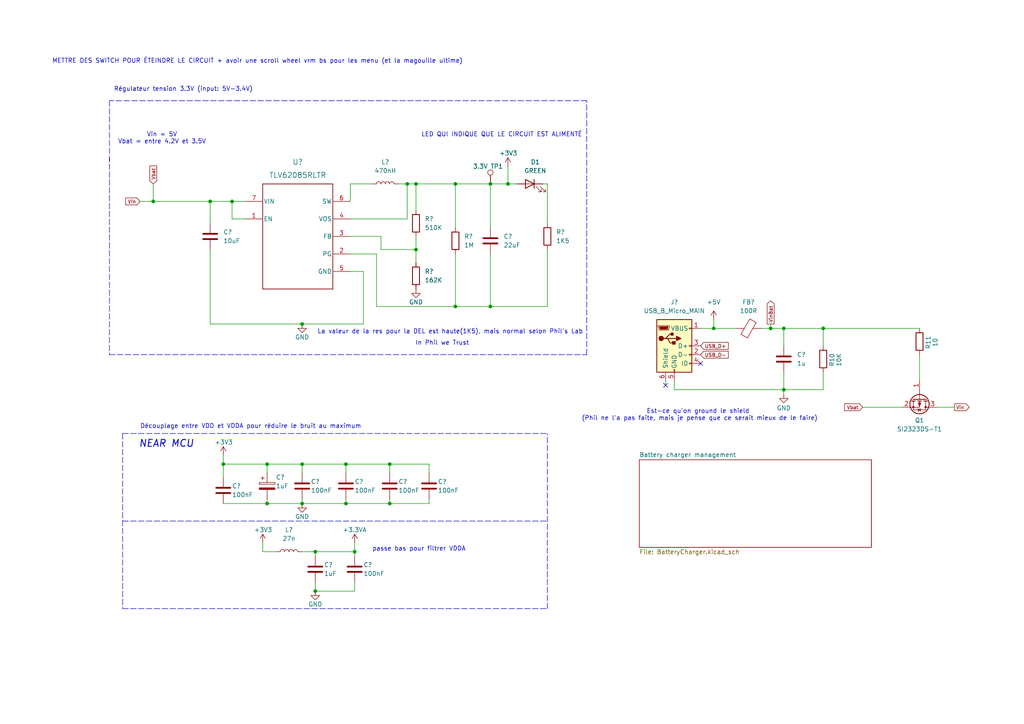
<source format=kicad_sch>
(kicad_sch (version 20231120) (generator "eeschema") (generator_version "8.0")
  (paper "A4")
  (lib_symbols
    (symbol "Connector:TestPoint" (pin_numbers hide) (pin_names (offset 0.762) hide)
      (property "Reference" "TP" (at 0 6.858 0))
      (property "Value" "TestPoint" (at 0 5.08 0))
      (symbol "TestPoint_0_1"
        (circle (center 0 3.302) (radius 0.762))
      )
      (symbol "TestPoint_1_1"
        (pin passive line (at 0 0 90) (length 2.54) (name "1") (number "1"))
      )
    )
    (symbol "Connector:USB_B_Micro" (pin_names (offset 1.016))
      (property "Reference" "J" (at -5.08 11.43 0))
      (property "Value" "USB_B_Micro" (at -5.08 8.89 0))
      (symbol "USB_B_Micro_0_1"
        (rectangle (start -5.08 -7.62) (end 5.08 7.62) (stroke (width 0.254)) (fill (type background)))
        (circle (center -3.81 2.159) (radius 0.635) (stroke (width 0.254)) (fill (type outline)))
        (circle (center -0.635 3.429) (radius 0.381) (stroke (width 0.254)) (fill (type outline)))
        (rectangle (start -0.127 -7.62) (end 0.127 -6.858))
        (polyline (pts (xy -1.905 2.159) (xy 0.635 2.159)) (stroke (width 0.254)))
        (polyline (pts (xy -3.175 2.159) (xy -2.54 2.159) (xy -1.27 3.429) (xy -0.635 3.429)) (stroke (width 0.254)))
        (polyline (pts (xy -2.54 2.159) (xy -1.905 2.159) (xy -1.27 0.889) (xy 0 0.889)) (stroke (width 0.254)))
        (polyline (pts (xy 0.635 2.794) (xy 0.635 1.524) (xy 1.905 2.159) (xy 0.635 2.794)) (stroke (width 0.254)) (fill (type outline)))
        (polyline (pts (xy -4.318 5.588) (xy -1.778 5.588) (xy -2.032 4.826) (xy -4.064 4.826) (xy -4.318 5.588)) (fill (type outline)))
        (polyline (pts (xy -4.699 5.842) (xy -4.699 5.588) (xy -4.445 4.826) (xy -4.445 4.572) (xy -1.651 4.572) (xy -1.651 4.826) (xy -1.397 5.588) (xy -1.397 5.842) (xy -4.699 5.842)))
        (rectangle (start 0.254 1.27) (end -0.508 0.508) (stroke (width 0.254)) (fill (type outline)))
        (rectangle (start 5.08 -5.207) (end 4.318 -4.953))
        (rectangle (start 5.08 -2.667) (end 4.318 -2.413))
        (rectangle (start 5.08 -0.127) (end 4.318 0.127))
        (rectangle (start 5.08 4.953) (end 4.318 5.207))
      )
      (symbol "USB_B_Micro_1_1"
        (pin power_out line (at 7.62 5.08 180) (length 2.54) (name "VBUS") (number "1"))
        (pin bidirectional line (at 7.62 -2.54 180) (length 2.54) (name "D-") (number "2"))
        (pin bidirectional line (at 7.62 0 180) (length 2.54) (name "D+") (number "3"))
        (pin passive line (at 7.62 -5.08 180) (length 2.54) (name "ID") (number "4"))
        (pin power_out line (at 0 -10.16 90) (length 2.54) (name "GND") (number "5"))
        (pin passive line (at -2.54 -10.16 90) (length 2.54) (name "Shield") (number "6"))
      )
    )
    (symbol "Device:C" (pin_numbers hide) (pin_names (offset 0.254))
      (property "Reference" "C" (at 0.635 2.54 0))
      (property "Value" "C" (at 0.635 -2.54 0))
      (symbol "C_0_1"
        (polyline (pts (xy -2.032 -0.762) (xy 2.032 -0.762)) (stroke (width 0.508)))
        (polyline (pts (xy -2.032 0.762) (xy 2.032 0.762)) (stroke (width 0.508)))
      )
      (symbol "C_1_1"
        (pin passive line (at 0 3.81 270) (length 2.794) (name "~") (number "1"))
        (pin passive line (at 0 -3.81 90) (length 2.794) (name "~") (number "2"))
      )
    )
    (symbol "Device:C_Polarized" (pin_numbers hide) (pin_names (offset 0.254))
      (property "Reference" "C" (at 0.635 2.54 0))
      (property "Value" "C_Polarized" (at 0.635 -2.54 0))
      (symbol "C_Polarized_0_1"
        (rectangle (start -2.286 0.508) (end 2.286 1.016))
        (polyline (pts (xy -1.778 2.286) (xy -0.762 2.286)))
        (polyline (pts (xy -1.27 2.794) (xy -1.27 1.778)))
        (rectangle (start 2.286 -0.508) (end -2.286 -1.016) (fill (type outline)))
      )
      (symbol "C_Polarized_1_1"
        (pin passive line (at 0 3.81 270) (length 2.794) (name "~") (number "1"))
        (pin passive line (at 0 -3.81 90) (length 2.794) (name "~") (number "2"))
      )
    )
    (symbol "Device:FerriteBead" (pin_numbers hide) (pin_names (offset 0))
      (property "Reference" "FB" (at -3.81 0.635 90))
      (property "Value" "FerriteBead" (at 3.81 0 90))
      (symbol "FerriteBead_0_1"
        (polyline (pts (xy 0 -1.27) (xy 0 -1.2192)))
        (polyline (pts (xy 0 1.27) (xy 0 1.2954)))
        (polyline (pts (xy -2.7686 0.4064) (xy -1.7018 2.2606) (xy 2.7686 -0.3048) (xy 1.6764 -2.159) (xy -2.7686 0.4064)))
      )
      (symbol "FerriteBead_1_1"
        (pin passive line (at 0 3.81 270) (length 2.54) (name "~") (number "1"))
        (pin passive line (at 0 -3.81 90) (length 2.54) (name "~") (number "2"))
      )
    )
    (symbol "Device:L" (pin_numbers hide) (pin_names (offset 1.016) hide)
      (property "Reference" "L" (at -1.27 0 90))
      (property "Value" "L" (at 1.905 0 90))
      (symbol "L_0_1"
        (arc (start 0 -2.54) (mid 0.6323 -1.905) (end 0 -1.27))
        (arc (start 0 -1.27) (mid 0.6323 -0.635) (end 0 0))
        (arc (start 0 0) (mid 0.6323 0.635) (end 0 1.27))
        (arc (start 0 1.27) (mid 0.6323 1.905) (end 0 2.54))
      )
      (symbol "L_1_1"
        (pin passive line (at 0 3.81 270) (length 1.27) (name "1") (number "1"))
        (pin passive line (at 0 -3.81 90) (length 1.27) (name "2") (number "2"))
      )
    )
    (symbol "Device:LED" (pin_numbers hide) (pin_names (offset 1.016) hide)
      (property "Reference" "D" (at 0 2.54 0))
      (property "Value" "LED" (at 0 -2.54 0))
      (symbol "LED_0_1"
        (polyline (pts (xy -1.27 -1.27) (xy -1.27 1.27)) (stroke (width 0.254)))
        (polyline (pts (xy -1.27 0) (xy 1.27 0)))
        (polyline (pts (xy 1.27 -1.27) (xy 1.27 1.27) (xy -1.27 0) (xy 1.27 -1.27)) (stroke (width 0.254)))
        (polyline (pts (xy -3.048 -0.762) (xy -4.572 -2.286) (xy -3.81 -2.286) (xy -4.572 -2.286) (xy -4.572 -1.524)))
        (polyline (pts (xy -1.778 -0.762) (xy -3.302 -2.286) (xy -2.54 -2.286) (xy -3.302 -2.286) (xy -3.302 -1.524)))
      )
      (symbol "LED_1_1"
        (pin passive line (at -3.81 0 0) (length 2.54) (name "K") (number "1"))
        (pin passive line (at 3.81 0 180) (length 2.54) (name "A") (number "2"))
      )
    )
    (symbol "Device:R" (pin_numbers hide) (pin_names (offset 0))
      (property "Reference" "R" (at 2.032 0 90))
      (property "Value" "R" (at 0 0 90))
      (symbol "R_0_1"
        (rectangle (start -1.016 -2.54) (end 1.016 2.54) (stroke (width 0.254)))
      )
      (symbol "R_1_1"
        (pin passive line (at 0 3.81 270) (length 1.27) (name "~") (number "1"))
        (pin passive line (at 0 -3.81 90) (length 1.27) (name "~") (number "2"))
      )
    )
    (symbol "TLV62085RLTR:TLV62085RLTR" (pin_names (offset 0.254))
      (property "Reference" "U" (at 0 2.54 0))
      (property "Value" "TLV62085RLTR" (at 0 0 0))
      (symbol "TLV62085RLTR_0_1"
        (polyline (pts (xy -10.16 -15.24) (xy 10.16 -15.24)) (stroke (width 0.2032)))
        (polyline (pts (xy -10.16 15.24) (xy -10.16 -15.24)) (stroke (width 0.2032)))
        (polyline (pts (xy 10.16 -15.24) (xy 10.16 15.24)) (stroke (width 0.2032)))
        (polyline (pts (xy 10.16 15.24) (xy -10.16 15.24)) (stroke (width 0.2032)))
        (pin input line (at -15.24 5.08 0) (length 5.08) (name "EN") (number "1"))
        (pin open_collector line (at 15.24 -5.08 180) (length 5.08) (name "PG") (number "2"))
        (pin input line (at 15.24 0 180) (length 5.08) (name "FB") (number "3"))
        (pin input line (at 15.24 5.08 180) (length 5.08) (name "VOS") (number "4"))
        (pin power_in line (at 15.24 -10.16 180) (length 5.08) (name "GND") (number "5"))
        (pin power_in line (at 15.24 10.16 180) (length 5.08) (name "SW") (number "6"))
        (pin power_in line (at -15.24 10.16 0) (length 5.08) (name "VIN") (number "7"))
      )
    )
    (symbol "Transistor_FET:AO3401A" (pin_names hide)
      (property "Reference" "Q" (at 5.08 1.905 0))
      (property "Value" "AO3401A" (at 5.08 0 0))
      (symbol "AO3401A_0_1"
        (polyline (pts (xy 0.254 0) (xy -2.54 0)))
        (polyline (pts (xy 0.254 1.905) (xy 0.254 -1.905)) (stroke (width 0.254)))
        (polyline (pts (xy 0.762 -1.27) (xy 0.762 -2.286)) (stroke (width 0.254)))
        (polyline (pts (xy 0.762 0.508) (xy 0.762 -0.508)) (stroke (width 0.254)))
        (polyline (pts (xy 0.762 2.286) (xy 0.762 1.27)) (stroke (width 0.254)))
        (polyline (pts (xy 2.54 2.54) (xy 2.54 1.778)))
        (polyline (pts (xy 2.54 -2.54) (xy 2.54 0) (xy 0.762 0)))
        (polyline (pts (xy 0.762 1.778) (xy 3.302 1.778) (xy 3.302 -1.778) (xy 0.762 -1.778)))
        (polyline (pts (xy 2.286 0) (xy 1.27 0.381) (xy 1.27 -0.381) (xy 2.286 0)) (fill (type outline)))
        (polyline (pts (xy 2.794 -0.508) (xy 2.921 -0.381) (xy 3.683 -0.381) (xy 3.81 -0.254)))
        (polyline (pts (xy 3.302 -0.381) (xy 2.921 0.254) (xy 3.683 0.254) (xy 3.302 -0.381)))
        (circle (center 1.651 0) (radius 2.794) (stroke (width 0.254)))
        (circle (center 2.54 -1.778) (radius 0.254) (fill (type outline)))
        (circle (center 2.54 1.778) (radius 0.254) (fill (type outline)))
      )
      (symbol "AO3401A_1_1"
        (pin input line (at -5.08 0 0) (length 2.54) (name "G") (number "1"))
        (pin passive line (at 2.54 -5.08 90) (length 2.54) (name "S") (number "2"))
        (pin passive line (at 2.54 5.08 270) (length 2.54) (name "D") (number "3"))
      )
    )
    (symbol "power:+3.3V" (power) (pin_names (offset 0))
      (property "Value" "+3.3V" (at 0 3.556 0))
      (symbol "+3.3V_0_1"
        (polyline (pts (xy -0.762 1.27) (xy 0 2.54)))
        (polyline (pts (xy 0 0) (xy 0 2.54)))
        (polyline (pts (xy 0 2.54) (xy 0.762 1.27)))
      )
      (symbol "+3.3V_1_1"
        (pin power_in line (at 0 0 90) (length 0) hide (name "+3V3") (number "1"))
      )
    )
    (symbol "power:+3.3VA" (power) (pin_names (offset 0))
      (property "Value" "+3.3VA" (at 0 3.556 0))
      (symbol "+3.3VA_0_1"
        (polyline (pts (xy -0.762 1.27) (xy 0 2.54)))
        (polyline (pts (xy 0 0) (xy 0 2.54)))
        (polyline (pts (xy 0 2.54) (xy 0.762 1.27)))
      )
      (symbol "+3.3VA_1_1"
        (pin power_in line (at 0 0 90) (length 0) hide (name "+3.3VA") (number "1"))
      )
    )
    (symbol "power:+5V" (power) (pin_names (offset 0))
      (property "Value" "+5V" (at 0 3.556 0))
      (symbol "+5V_0_1"
        (polyline (pts (xy -0.762 1.27) (xy 0 2.54)))
        (polyline (pts (xy 0 0) (xy 0 2.54)))
        (polyline (pts (xy 0 2.54) (xy 0.762 1.27)))
      )
      (symbol "+5V_1_1"
        (pin power_in line (at 0 0 90) (length 0) hide (name "+5V") (number "1"))
      )
    )
    (symbol "power:GND" (power) (pin_names (offset 0))
      (property "Value" "GND" (at 0 -3.81 0))
      (symbol "GND_0_1"
        (polyline (pts (xy 0 0) (xy 0 -1.27) (xy 1.27 -1.27) (xy 0 -2.54) (xy -1.27 -1.27) (xy 0 -1.27)))
      )
      (symbol "GND_1_1"
        (pin power_in line (at 0 0 270) (length 0) hide (name "GND") (number "1"))
      )
    )
  )
  (junction (at 44.45 58.42))
  (junction (at 77.47 146.05))
  (junction (at 60.96 58.42))
  (junction (at 207.01 95.25))
  (junction (at 118.11 53.34))
  (junction (at 223.52 95.25))
  (junction (at 87.63 93.98))
  (junction (at 227.33 113.03))
  (junction (at 142.24 88.9))
  (junction (at 132.08 53.34))
  (junction (at 120.65 53.34))
  (junction (at 100.33 146.05))
  (junction (at 91.44 160.02))
  (junction (at 102.87 160.02))
  (junction (at 113.03 134.62))
  (junction (at 67.31 58.42))
  (junction (at 120.65 72.39))
  (junction (at 147.32 53.34))
  (junction (at 238.76 95.25))
  (junction (at 87.63 134.62))
  (junction (at 113.03 146.05))
  (junction (at 64.77 134.62))
  (junction (at 132.08 88.9))
  (junction (at 142.24 53.34))
  (junction (at 227.33 95.25))
  (junction (at 91.44 171.45))
  (junction (at 100.33 134.62))
  (junction (at 87.63 146.05))
  (junction (at 77.47 134.62))
  (no_connect (at 193.04 111.76))
  (no_connect (at 203.2 105.41))
  (wire (pts (xy 91.44 168.91) (xy 91.44 171.45)))
  (wire (pts (xy 132.08 53.34) (xy 142.24 53.34)))
  (wire (pts (xy 223.52 93.98) (xy 223.52 95.25)))
  (wire (pts (xy 76.2 160.02) (xy 76.2 157.48)))
  (wire (pts (xy 195.58 110.49) (xy 195.58 113.03)))
  (wire (pts (xy 124.46 134.62) (xy 124.46 137.16)))
  (wire (pts (xy 64.77 146.05) (xy 77.47 146.05)))
  (wire (pts (xy 195.58 113.03) (xy 227.33 113.03)))
  (wire (pts (xy 158.75 88.9) (xy 142.24 88.9)))
  (wire (pts (xy 142.24 53.34) (xy 142.24 66.04)))
  (polyline (pts (xy 170.18 29.21) (xy 31.75 29.21)) (stroke (width 0) (type dash)))
  (wire (pts (xy 157.48 53.34) (xy 158.75 53.34)))
  (wire (pts (xy 102.87 168.91) (xy 102.87 171.45)))
  (wire (pts (xy 266.7 102.87) (xy 266.7 110.49)))
  (wire (pts (xy 110.49 72.39) (xy 120.65 72.39)))
  (wire (pts (xy 147.32 48.26) (xy 147.32 53.34)))
  (wire (pts (xy 203.2 95.25) (xy 207.01 95.25)))
  (wire (pts (xy 120.65 72.39) (xy 120.65 76.2)))
  (polyline (pts (xy 158.75 176.53) (xy 158.75 125.73)) (stroke (width 0) (type dash)))
  (wire (pts (xy 113.03 144.78) (xy 113.03 146.05)))
  (wire (pts (xy 227.33 95.25) (xy 238.76 95.25)))
  (wire (pts (xy 120.65 53.34) (xy 120.65 60.96)))
  (wire (pts (xy 102.87 160.02) (xy 102.87 161.29)))
  (wire (pts (xy 64.77 134.62) (xy 77.47 134.62)))
  (wire (pts (xy 87.63 144.78) (xy 87.63 146.05)))
  (wire (pts (xy 64.77 138.43) (xy 64.77 134.62)))
  (wire (pts (xy 102.87 171.45) (xy 91.44 171.45)))
  (wire (pts (xy 132.08 53.34) (xy 120.65 53.34)))
  (wire (pts (xy 87.63 160.02) (xy 91.44 160.02)))
  (polyline (pts (xy 31.75 102.87) (xy 170.18 102.87)) (stroke (width 0) (type dash)))
  (wire (pts (xy 158.75 72.39) (xy 158.75 88.9)))
  (wire (pts (xy 91.44 160.02) (xy 102.87 160.02)))
  (wire (pts (xy 64.77 132.08) (xy 64.77 134.62)))
  (wire (pts (xy 142.24 88.9) (xy 132.08 88.9)))
  (wire (pts (xy 44.45 58.42) (xy 60.96 58.42)))
  (wire (pts (xy 100.33 146.05) (xy 113.03 146.05)))
  (wire (pts (xy 142.24 53.34) (xy 147.32 53.34)))
  (wire (pts (xy 238.76 95.25) (xy 266.7 95.25)))
  (polyline (pts (xy 35.56 176.53) (xy 158.75 176.53)) (stroke (width 0) (type dash)))
  (wire (pts (xy 67.31 58.42) (xy 60.96 58.42)))
  (polyline (pts (xy 31.75 29.21) (xy 31.75 102.87)) (stroke (width 0) (type dash)))
  (polyline (pts (xy 31.75 45.72) (xy 31.75 46.99)) (stroke (width 0) (type dash)))
  (wire (pts (xy 105.41 78.74) (xy 105.41 93.98)))
  (wire (pts (xy 223.52 95.25) (xy 227.33 95.25)))
  (wire (pts (xy 227.33 114.3) (xy 227.33 113.03)))
  (wire (pts (xy 102.87 157.48) (xy 102.87 160.02)))
  (polyline (pts (xy 35.56 125.73) (xy 158.75 125.73)) (stroke (width 0) (type dash)))
  (wire (pts (xy 60.96 58.42) (xy 60.96 64.77)))
  (wire (pts (xy 132.08 88.9) (xy 132.08 73.66)))
  (wire (pts (xy 271.78 118.11) (xy 276.86 118.11)))
  (wire (pts (xy 71.12 58.42) (xy 67.31 58.42)))
  (wire (pts (xy 60.96 93.98) (xy 87.63 93.98)))
  (wire (pts (xy 250.19 118.11) (xy 261.62 118.11)))
  (wire (pts (xy 87.63 134.62) (xy 100.33 134.62)))
  (wire (pts (xy 113.03 134.62) (xy 113.03 137.16)))
  (wire (pts (xy 80.01 160.02) (xy 76.2 160.02)))
  (wire (pts (xy 101.6 78.74) (xy 105.41 78.74)))
  (wire (pts (xy 120.65 68.58) (xy 120.65 72.39)))
  (wire (pts (xy 227.33 107.95) (xy 227.33 113.03)))
  (wire (pts (xy 118.11 63.5) (xy 118.11 53.34)))
  (wire (pts (xy 238.76 113.03) (xy 238.76 107.95)))
  (wire (pts (xy 118.11 53.34) (xy 115.57 53.34)))
  (wire (pts (xy 207.01 95.25) (xy 207.01 92.71)))
  (wire (pts (xy 107.95 53.34) (xy 101.6 53.34)))
  (wire (pts (xy 87.63 146.05) (xy 100.33 146.05)))
  (wire (pts (xy 100.33 134.62) (xy 113.03 134.62)))
  (wire (pts (xy 207.01 95.25) (xy 213.36 95.25)))
  (wire (pts (xy 220.98 95.25) (xy 223.52 95.25)))
  (wire (pts (xy 60.96 93.98) (xy 60.96 72.39)))
  (wire (pts (xy 101.6 68.58) (xy 110.49 68.58)))
  (wire (pts (xy 227.33 95.25) (xy 227.33 100.33)))
  (wire (pts (xy 109.22 73.66) (xy 109.22 88.9)))
  (wire (pts (xy 110.49 68.58) (xy 110.49 72.39)))
  (polyline (pts (xy 170.18 102.87) (xy 170.18 29.21)) (stroke (width 0) (type dash)))
  (wire (pts (xy 158.75 53.34) (xy 158.75 64.77)))
  (wire (pts (xy 147.32 53.34) (xy 149.86 53.34)))
  (wire (pts (xy 124.46 146.05) (xy 124.46 144.78)))
  (wire (pts (xy 120.65 53.34) (xy 118.11 53.34)))
  (wire (pts (xy 105.41 93.98) (xy 87.63 93.98)))
  (wire (pts (xy 238.76 95.25) (xy 238.76 100.33)))
  (wire (pts (xy 77.47 144.78) (xy 77.47 146.05)))
  (wire (pts (xy 101.6 63.5) (xy 118.11 63.5)))
  (wire (pts (xy 71.12 63.5) (xy 67.31 63.5)))
  (wire (pts (xy 227.33 113.03) (xy 238.76 113.03)))
  (wire (pts (xy 40.64 58.42) (xy 44.45 58.42)))
  (wire (pts (xy 77.47 146.05) (xy 87.63 146.05)))
  (wire (pts (xy 109.22 88.9) (xy 132.08 88.9)))
  (wire (pts (xy 67.31 63.5) (xy 67.31 58.42)))
  (wire (pts (xy 113.03 146.05) (xy 124.46 146.05)))
  (wire (pts (xy 113.03 134.62) (xy 124.46 134.62)))
  (wire (pts (xy 101.6 73.66) (xy 109.22 73.66)))
  (wire (pts (xy 100.33 144.78) (xy 100.33 146.05)))
  (wire (pts (xy 87.63 134.62) (xy 87.63 137.16)))
  (polyline (pts (xy 35.56 151.13) (xy 158.75 151.13)) (stroke (width 0) (type dash)))
  (wire (pts (xy 77.47 134.62) (xy 87.63 134.62)))
  (wire (pts (xy 193.04 110.49) (xy 193.04 111.76)))
  (wire (pts (xy 101.6 53.34) (xy 101.6 58.42)))
  (wire (pts (xy 44.45 53.34) (xy 44.45 58.42)))
  (wire (pts (xy 132.08 66.04) (xy 132.08 53.34)))
  (wire (pts (xy 142.24 73.66) (xy 142.24 88.9)))
  (wire (pts (xy 77.47 134.62) (xy 77.47 137.16)))
  (polyline (pts (xy 35.56 125.73) (xy 35.56 176.53)) (stroke (width 0) (type dash)))
  (wire (pts (xy 91.44 160.02) (xy 91.44 161.29)))
  (wire (pts (xy 100.33 134.62) (xy 100.33 137.16)))
  (text "passe bas pour filtrer VDDA" (at 107.95 160.02 0) (effects (font (size 1.27 1.27)) (justify left bottom)))
  (text "Vin = 5V\nVbat = entre 4.2V et 3.5V" (at 46.99 40.132 0) (effects (font (size 1.27 1.27))))
  (text "Régulateur tension 3.3V (input: 5V-3.4V)\n" (at 33.02 26.67 0) (effects (font (size 1.27 1.27)) (justify left bottom)))
  (text "Découplage entre VDD et VDDA pour réduire le bruit au maximum" (at 40.64 124.46 0) (effects (font (size 1.27 1.27)) (justify left bottom)))
  (text "In Phil we Trust" (at 128.27 99.568 0) (effects (font (size 1.27 1.27))))
  (text "METTRE DES SWITCH POUR ÉTEINDRE LE CIRCUIT + avoir une scroll wheel vrm bs pour les menu (et la magouille ultime)" (at 74.676 17.78 0) (effects (font (size 1.27 1.27))))
  (text "LED QUI INDIQUE QUE LE CIRCUIT EST ALIMENTÉ" (at 145.542 39.116 0) (effects (font (size 1.27 1.27))))
  (text "Est-ce qu'on ground le shield \n(Phil ne l'a pas faite, mais je pense que ce serait mieux de le faire)\n" (at 202.946 120.396 0) (effects (font (size 1.27 1.27))))
  (text "La valeur de la res pour la DEL est haute(1K5), mais normal selon Phil's Lab " (at 131.064 96.266 0) (effects (font (size 1.27 1.27))))
  (text "NEAR MCU\n" (at 48.26 128.778 0) (effects (font (size 2.032 2.032) (thickness 0.254) (italic yes))))
  (global_label "USB_D+" (shape input) (at 203.2 100.33 0) (effects (font (size 1.016 1.016))) (property "Intersheetrefs" "${INTERSHEET_REFS}" (effects (hide yes))))
  (global_label "Vin" (shape output) (at 276.86 118.11 0) (effects (font (size 1.016 1.016))) (property "Intersheetrefs" "${INTERSHEET_REFS}" (effects (hide yes))))
  (global_label "Vbat" (shape input) (at 250.19 118.11 180) (effects (font (size 1.016 1.016))) (property "Intersheetrefs" "${INTERSHEET_REFS}" (effects (hide yes))))
  (global_label "Vbat" (shape input) (at 44.45 53.34 90) (effects (font (size 1.016 1.016))) (property "Intersheetrefs" "${INTERSHEET_REFS}" (effects (hide yes))))
  (global_label "Vin" (shape input) (at 40.64 58.42 180) (effects (font (size 1.016 1.016))) (property "Intersheetrefs" "${INTERSHEET_REFS}" (effects (hide yes))))
  (global_label "USB_D-" (shape input) (at 203.2 102.87 0) (effects (font (size 1.016 1.016))) (property "Intersheetrefs" "${INTERSHEET_REFS}" (effects (hide yes))))
  (global_label "VinBat" (shape output) (at 223.52 93.98 90) (effects (font (size 1.016 1.016))) (property "Intersheetrefs" "${INTERSHEET_REFS}" (effects (hide yes))))
  (symbol (lib_id "Device:R") (at 266.7 99.06 180) (unit 1)
    (property "Reference" "R11" (at 269.24 99.314 90))
    (property "Value" "10" (at 271.272 99.314 90))
  )
  (symbol (lib_id "Device:C") (at 124.46 140.97 0) (unit 1)
    (property "Reference" "C?" (at 127 139.7 0) (effects (justify left)))
    (property "Value" "100nF" (at 127 142.24 0) (effects (justify left)))
    (property "Datasheet" "https://www.digikey.ca/en/products/detail/tdk-corporation/C1608X5R1A106M080AC/2619215?utm_adgroup=&utm_source=google&utm_medium=cpc&utm_campaign=Pmax_Shopping_DK%2B%20Supplier_GEM%20Suppliers&utm_term=&utm_content=&utm_id=go_cmp-21018510932_adg-_ad-__dev-c_ext-_prd-_sig-CjwKCAjw9eO3BhBNEiwAoc0-jVJ2q38zhb0FxsC5H1BfhDJeGmrqXKrkETD0OxRwd4A4v0tyCTYzehoCqzwQAvD_BwE&gad_source=1&gclid=CjwKCAjw9eO3BhBNEiwAoc0-jVJ2q38zhb0FxsC5H1BfhDJeGmrqXKrkETD0OxRwd4A4v0tyCTYzehoCqzwQAvD_BwE" (effects (hide yes)))
  )
  (symbol (lib_id "power:GND") (at 87.63 146.05 0) (unit 1)
    (property "Reference" "#PWR?" (effects (hide yes)))
    (property "Value" "GND" (at 87.63 149.86 0))
  )
  (symbol (lib_id "power:+3.3VA") (at 102.87 157.48 0) (unit 1)
    (property "Reference" "#PWR?" (effects (hide yes)))
    (property "Value" "+3.3VA" (at 102.87 153.67 0))
  )
  (symbol (lib_id "Device:C") (at 142.24 69.85 0) (unit 1)
    (property "Reference" "C?" (at 146.05 68.5799 0) (effects (justify left)))
    (property "Value" "22uF" (at 146.05 71.1199 0) (effects (justify left)))
    (property "Datasheet" "https://www.digikey.ca/en/products/detail/tdk-corporation/C2012X7S1A226M125AC/3951796" (effects (hide yes)))
  )
  (symbol (lib_id "Device:R") (at 120.65 64.77 0) (unit 1)
    (property "Reference" "R?" (at 123.19 63.4999 0) (effects (justify left)))
    (property "Value" "510K" (at 123.19 66.0399 0) (effects (justify left)))
    (property "Datasheet" "https://www.digikey.ca/en/products/detail/yageo/RC0603FR-07510KL/727286" (effects (hide yes)))
  )
  (symbol (lib_id "Device:C") (at 91.44 165.1 0) (unit 1)
    (property "Reference" "C?" (at 93.98 163.83 0) (effects (justify left)))
    (property "Value" "1uF" (at 93.98 166.37 0) (effects (justify left)))
    (property "Datasheet" "https://www.digikey.ca/en/products/detail/tdk-corporation/C1608X5R1A106M080AC/2619215?utm_adgroup=&utm_source=google&utm_medium=cpc&utm_campaign=Pmax_Shopping_DK%2B%20Supplier_GEM%20Suppliers&utm_term=&utm_content=&utm_id=go_cmp-21018510932_adg-_ad-__dev-c_ext-_prd-_sig-CjwKCAjw9eO3BhBNEiwAoc0-jVJ2q38zhb0FxsC5H1BfhDJeGmrqXKrkETD0OxRwd4A4v0tyCTYzehoCqzwQAvD_BwE&gad_source=1&gclid=CjwKCAjw9eO3BhBNEiwAoc0-jVJ2q38zhb0FxsC5H1BfhDJeGmrqXKrkETD0OxRwd4A4v0tyCTYzehoCqzwQAvD_BwE" (effects (hide yes)))
  )
  (symbol (lib_id "Device:LED") (at 153.67 53.34 0) (mirror y) (unit 1)
    (property "Reference" "D1" (at 155.2575 46.99 0))
    (property "Value" "GREEN" (at 155.2575 49.53 0))
  )
  (symbol (lib_id "power:GND") (at 227.33 114.3 0) (unit 1)
    (property "Reference" "#PWR?" (effects (hide yes)))
    (property "Value" "GND" (at 227.33 118.364 0))
  )
  (symbol (lib_id "power:GND") (at 91.44 171.45 0) (unit 1)
    (property "Reference" "#PWR?" (effects (hide yes)))
    (property "Value" "GND" (at 91.44 175.26 0))
  )
  (symbol (lib_id "TLV62085RLTR:TLV62085RLTR") (at 86.36 68.58 0) (unit 1)
    (property "Reference" "U?" (at 86.36 46.99 0) (effects (font (size 1.524 1.524))))
    (property "Value" "TLV62085RLTR" (at 86.36 50.8 0) (effects (font (size 1.524 1.524))))
    (property "Footprint" "RLT0007A" (effects (hide yes)))
    (property "Datasheet" "TLV62085RLTR" (effects (hide yes)))
    (property "Online" "https://www.digikey.ca/en/products/detail/texas-instruments/TLV62085RLTR/5761621" (effects (hide yes)))
    (property "Supplier" "Digikey" (effects (hide yes)))
  )
  (symbol (lib_id "Connector:TestPoint") (at 142.24 53.34 0) (unit 1)
    (property "Reference" "TP1" (at 142.24 48.26 0) (effects (justify left)))
    (property "Value" "3.3V" (at 137.16 48.26 0) (effects (justify left)))
  )
  (symbol (lib_id "Device:FerriteBead") (at 217.17 95.25 90) (unit 1)
    (property "Reference" "FB?" (at 217.1192 87.63 90))
    (property "Value" "100R" (at 217.1192 90.17 90))
  )
  (symbol (lib_id "power:GND") (at 87.63 93.98 0) (unit 1)
    (property "Reference" "#PWR?" (effects (hide yes)))
    (property "Value" "GND" (at 87.63 97.79 0))
  )
  (symbol (lib_id "Device:L") (at 83.82 160.02 90) (unit 1)
    (property "Reference" "L?" (at 83.82 153.67 90))
    (property "Value" "27n" (at 83.82 156.21 90))
  )
  (symbol (lib_id "Device:C") (at 100.33 140.97 0) (unit 1)
    (property "Reference" "C?" (at 102.87 139.7 0) (effects (justify left)))
    (property "Value" "100nF" (at 102.87 142.24 0) (effects (justify left)))
    (property "Datasheet" "https://www.digikey.ca/en/products/detail/tdk-corporation/C1608X5R1A106M080AC/2619215?utm_adgroup=&utm_source=google&utm_medium=cpc&utm_campaign=Pmax_Shopping_DK%2B%20Supplier_GEM%20Suppliers&utm_term=&utm_content=&utm_id=go_cmp-21018510932_adg-_ad-__dev-c_ext-_prd-_sig-CjwKCAjw9eO3BhBNEiwAoc0-jVJ2q38zhb0FxsC5H1BfhDJeGmrqXKrkETD0OxRwd4A4v0tyCTYzehoCqzwQAvD_BwE&gad_source=1&gclid=CjwKCAjw9eO3BhBNEiwAoc0-jVJ2q38zhb0FxsC5H1BfhDJeGmrqXKrkETD0OxRwd4A4v0tyCTYzehoCqzwQAvD_BwE" (effects (hide yes)))
  )
  (symbol (lib_id "Device:C") (at 227.33 104.14 0) (unit 1)
    (property "Reference" "C?" (at 231.14 102.8699 0) (effects (justify left)))
    (property "Value" "1u" (at 231.14 105.4099 0) (effects (justify left)))
  )
  (symbol (lib_id "power:GND") (at 120.65 83.82 0) (unit 1)
    (property "Reference" "#PWR?" (effects (hide yes)))
    (property "Value" "GND" (at 120.65 87.63 0))
  )
  (symbol (lib_id "power:+3.3V") (at 76.2 157.48 0) (unit 1)
    (property "Reference" "#PWR?" (effects (hide yes)))
    (property "Value" "+3V3" (at 73.66 153.67 0) (effects (justify left)))
  )
  (symbol (lib_id "Device:C") (at 102.87 165.1 0) (unit 1)
    (property "Reference" "C?" (at 105.41 163.83 0) (effects (justify left)))
    (property "Value" "100nF" (at 105.41 166.37 0) (effects (justify left)))
    (property "Datasheet" "https://www.digikey.ca/en/products/detail/tdk-corporation/C1608X5R1A106M080AC/2619215?utm_adgroup=&utm_source=google&utm_medium=cpc&utm_campaign=Pmax_Shopping_DK%2B%20Supplier_GEM%20Suppliers&utm_term=&utm_content=&utm_id=go_cmp-21018510932_adg-_ad-__dev-c_ext-_prd-_sig-CjwKCAjw9eO3BhBNEiwAoc0-jVJ2q38zhb0FxsC5H1BfhDJeGmrqXKrkETD0OxRwd4A4v0tyCTYzehoCqzwQAvD_BwE&gad_source=1&gclid=CjwKCAjw9eO3BhBNEiwAoc0-jVJ2q38zhb0FxsC5H1BfhDJeGmrqXKrkETD0OxRwd4A4v0tyCTYzehoCqzwQAvD_BwE" (effects (hide yes)))
  )
  (symbol (lib_id "power:+3.3V") (at 64.77 132.08 0) (unit 1)
    (property "Reference" "#PWR?" (effects (hide yes)))
    (property "Value" "+3V3" (at 62.23 128.27 0) (effects (justify left)))
  )
  (symbol (lib_id "Transistor_FET:AO3401A") (at 266.7 115.57 270) (unit 1)
    (property "Reference" "Q1" (at 266.7 121.92 90))
    (property "Value" "SI2323DS-T1" (at 266.7 124.46 90))
    (property "Footprint" "Package_TO_SOT_SMD:SOT-23" (effects (hide yes)))
    (property "Datasheet" "https://www.digikey.ca/en/products/detail/vishay-siliconix/SI2323DS-T1-E3/1656350" (effects (hide yes)))
    (property "Description" "-4.0A Id, -30V Vds, P-Channel MOSFET, SOT-23" (effects (hide yes)))
  )
  (symbol (lib_id "power:+5V") (at 207.01 92.71 0) (unit 1)
    (property "Reference" "#PWR?" (effects (hide yes)))
    (property "Value" "+5V" (at 207.01 87.63 0))
  )
  (symbol (lib_id "Device:R") (at 132.08 69.85 0) (unit 1)
    (property "Reference" "R?" (at 134.62 68.5799 0) (effects (justify left)))
    (property "Value" "1M" (at 134.62 71.1199 0) (effects (justify left)))
    (property "Datasheet" "https://www.digikey.ca/en/products/detail/vishay-dale/CRCW04021M00FKED/1178349" (effects (hide yes)))
  )
  (symbol (lib_id "Device:C") (at 64.77 142.24 0) (unit 1)
    (property "Reference" "C?" (at 67.31 140.97 0) (effects (justify left)))
    (property "Value" "100nF" (at 67.31 143.51 0) (effects (justify left)))
    (property "Datasheet" "https://www.digikey.ca/en/products/detail/tdk-corporation/C1608X5R1A106M080AC/2619215?utm_adgroup=&utm_source=google&utm_medium=cpc&utm_campaign=Pmax_Shopping_DK%2B%20Supplier_GEM%20Suppliers&utm_term=&utm_content=&utm_id=go_cmp-21018510932_adg-_ad-__dev-c_ext-_prd-_sig-CjwKCAjw9eO3BhBNEiwAoc0-jVJ2q38zhb0FxsC5H1BfhDJeGmrqXKrkETD0OxRwd4A4v0tyCTYzehoCqzwQAvD_BwE&gad_source=1&gclid=CjwKCAjw9eO3BhBNEiwAoc0-jVJ2q38zhb0FxsC5H1BfhDJeGmrqXKrkETD0OxRwd4A4v0tyCTYzehoCqzwQAvD_BwE" (effects (hide yes)))
  )
  (symbol (lib_id "Device:C_Polarized") (at 77.47 140.97 0) (unit 1)
    (property "Reference" "C?" (at 80.01 138.43 0) (effects (justify left)))
    (property "Value" "1uF" (at 80.01 140.97 0) (effects (justify left)))
  )
  (symbol (lib_id "Device:R") (at 238.76 104.14 180) (unit 1)
    (property "Reference" "R10" (at 241.3 104.394 90))
    (property "Value" "10K" (at 243.332 104.394 90))
  )
  (symbol (lib_id "Device:R") (at 158.75 68.58 0) (unit 1)
    (property "Reference" "R?" (at 161.29 67.3099 0) (effects (justify left)))
    (property "Value" "1K5" (at 161.29 69.8499 0) (effects (justify left)))
    (property "Datasheet" "https://www.digikey.ca/en/products/detail/yageo/RC0603FR-07510KL/727286" (effects (hide yes)))
  )
  (symbol (lib_id "Device:R") (at 120.65 80.01 0) (unit 1)
    (property "Reference" "R?" (at 123.19 78.7399 0) (effects (justify left)))
    (property "Value" "162K" (at 123.19 81.2799 0) (effects (justify left)))
    (property "Datasheet" "https://www.digikey.ca/en/products/detail/yageo/AC0402FR-07162KL/5895091" (effects (hide yes)))
  )
  (symbol (lib_id "Device:C") (at 60.96 68.58 0) (unit 1)
    (property "Reference" "C?" (at 64.77 67.3099 0) (effects (justify left)))
    (property "Value" "10uF" (at 64.77 69.8499 0) (effects (justify left)))
    (property "Datasheet" "https://www.digikey.ca/en/products/detail/tdk-corporation/C1608X5R1A106M080AC/2619215?utm_adgroup=&utm_source=google&utm_medium=cpc&utm_campaign=Pmax_Shopping_DK%2B%20Supplier_GEM%20Suppliers&utm_term=&utm_content=&utm_id=go_cmp-21018510932_adg-_ad-__dev-c_ext-_prd-_sig-CjwKCAjw9eO3BhBNEiwAoc0-jVJ2q38zhb0FxsC5H1BfhDJeGmrqXKrkETD0OxRwd4A4v0tyCTYzehoCqzwQAvD_BwE&gad_source=1&gclid=CjwKCAjw9eO3BhBNEiwAoc0-jVJ2q38zhb0FxsC5H1BfhDJeGmrqXKrkETD0OxRwd4A4v0tyCTYzehoCqzwQAvD_BwE" (effects (hide yes)))
  )
  (symbol (lib_id "Device:L") (at 111.76 53.34 90) (unit 1)
    (property "Reference" "L?" (at 111.76 46.99 90))
    (property "Value" "470nH" (at 111.76 49.53 90))
    (property "Datasheet" "https://www.digikey.ca/en/products/detail/tdk-corporation/VLS252012HBX-R47M-1/5250952" (effects (hide yes)))
  )
  (symbol (lib_id "power:+3.3V") (at 147.32 48.26 0) (unit 1)
    (property "Reference" "#PWR?" (effects (hide yes)))
    (property "Value" "+3V3" (at 144.78 44.45 0) (effects (justify left)))
  )
  (symbol (lib_id "Connector:USB_B_Micro") (at 195.58 100.33 0) (unit 1)
    (property "Reference" "J?" (at 195.58 87.63 0))
    (property "Value" "USB_B_Micro_MAIN" (at 195.58 90.17 0))
  )
  (symbol (lib_id "Device:C") (at 87.63 140.97 0) (unit 1)
    (property "Reference" "C?" (at 90.17 139.7 0) (effects (justify left)))
    (property "Value" "100nF" (at 90.17 142.24 0) (effects (justify left)))
    (property "Datasheet" "https://www.digikey.ca/en/products/detail/tdk-corporation/C1608X5R1A106M080AC/2619215?utm_adgroup=&utm_source=google&utm_medium=cpc&utm_campaign=Pmax_Shopping_DK%2B%20Supplier_GEM%20Suppliers&utm_term=&utm_content=&utm_id=go_cmp-21018510932_adg-_ad-__dev-c_ext-_prd-_sig-CjwKCAjw9eO3BhBNEiwAoc0-jVJ2q38zhb0FxsC5H1BfhDJeGmrqXKrkETD0OxRwd4A4v0tyCTYzehoCqzwQAvD_BwE&gad_source=1&gclid=CjwKCAjw9eO3BhBNEiwAoc0-jVJ2q38zhb0FxsC5H1BfhDJeGmrqXKrkETD0OxRwd4A4v0tyCTYzehoCqzwQAvD_BwE" (effects (hide yes)))
  )
  (symbol (lib_id "Device:C") (at 113.03 140.97 0) (unit 1)
    (property "Reference" "C?" (at 115.57 139.7 0) (effects (justify left)))
    (property "Value" "100nF" (at 115.57 142.24 0) (effects (justify left)))
    (property "Datasheet" "https://www.digikey.ca/en/products/detail/tdk-corporation/C1608X5R1A106M080AC/2619215?utm_adgroup=&utm_source=google&utm_medium=cpc&utm_campaign=Pmax_Shopping_DK%2B%20Supplier_GEM%20Suppliers&utm_term=&utm_content=&utm_id=go_cmp-21018510932_adg-_ad-__dev-c_ext-_prd-_sig-CjwKCAjw9eO3BhBNEiwAoc0-jVJ2q38zhb0FxsC5H1BfhDJeGmrqXKrkETD0OxRwd4A4v0tyCTYzehoCqzwQAvD_BwE&gad_source=1&gclid=CjwKCAjw9eO3BhBNEiwAoc0-jVJ2q38zhb0FxsC5H1BfhDJeGmrqXKrkETD0OxRwd4A4v0tyCTYzehoCqzwQAvD_BwE" (effects (hide yes)))
  )
  (sheet (at 185.42 133.35) (size 67.31 25.4) (stroke (width 0.1524))
    (property "Sheetname" "Battery charger management" (at 185.42 132.6384 0) (effects (justify left bottom)))
    (property "Sheetfile" "BatteryCharger.kicad_sch" (at 185.42 159.3346 0) (effects (justify left top)))
  )
)
</source>
